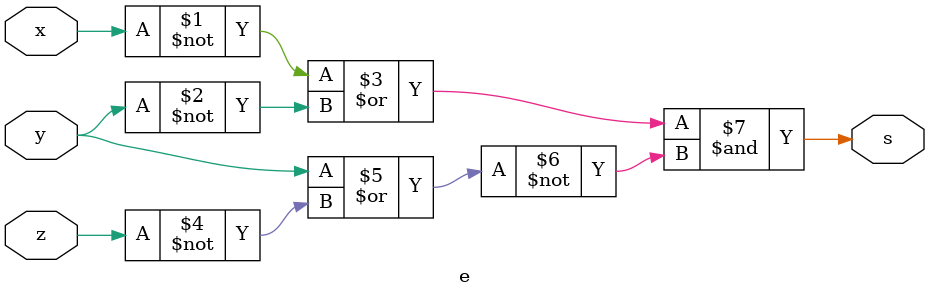
<source format=v>
/*
Guia_0401.v
874770 - Daniel Alves Gonçalves
*/

/*
module fxyz (output s,
input x, y, z);
assign s = ~x | (~y & ~z);
endmodule // fxyz
*/

module a (output s, 
          input x, y, z);
    assign s = ~(x & (y | ~z));
endmodule // a

module b (output s, 
          input x, y, z);
    assign s = (~(x | ~y)) & z;
endmodule // b

module c (output s, 
          input x, y, z);
    assign s = (~(~x & ~y)) & ~z;
endmodule // c

module d (output s, 
          input x, y, z);
    assign s = (~(x & ~y)) & z;
endmodule // d

module e (output s, 
          input x, y, z);
    assign s = (~x | ~y) & ~(y | ~z);
endmodule // e
</source>
